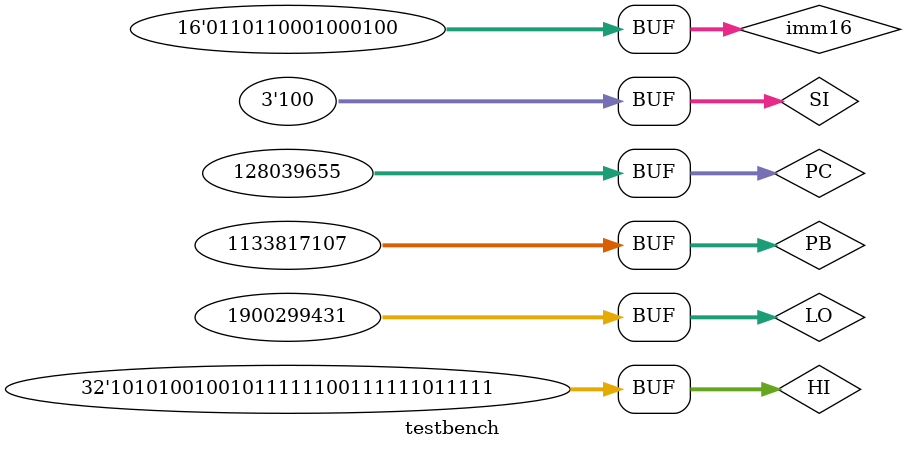
<source format=v>

 module testbench;
    reg [31:0] PB;
    reg [31:0] HI;
    reg [31:0] LO;
    reg [31:0] PC;
    reg [15:0] imm16;
    reg [2:0] SI;
    wire [31:0] N;
 
     source_operand uut (
         .PB(PB),
         .HI(HI),
         .LO(LO),
         .PC(PC),
         .imm16(imm16),
         .SI(SI),
         .N(N)
     );
 
     initial begin
        //set unique number input values
        PB = 32'b01000011100101001010110100010011;
        HI = 32'b10101001001011111100111111011111;
        LO = 32'b01110001010001000100010010100111;
        PC = 32'b00000111101000011011101011100111;
        imm16 = 16'b1110110001000100;

        SI = 3'b000; //initial SI Value: 000

        repeat (7) #1 SI = SI + 3'b001;
        #1
        imm16 = 16'b0110110001000100;
        SI[2] = 1;
        SI[1] = 0;
        SI[0] = 0;
        
     end

     initial begin //display
        $monitor("%b | %b | %b | %b", SI[2],SI[1],SI[0], N);
    end

endmodule
</source>
